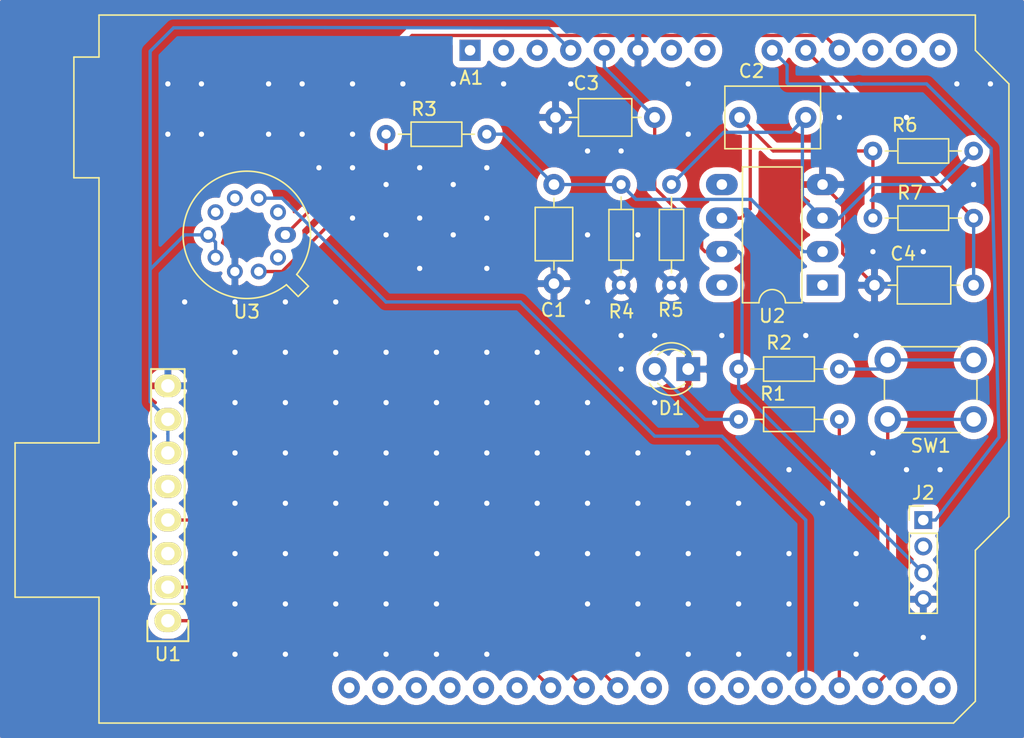
<source format=kicad_pcb>
(kicad_pcb (version 20171130) (host pcbnew 5.1.8)
  (title_block (date "lun. 30 mars 2015"))
  (layers (0 F.Cu signal) (31 B.Cu signal) (34 B.Paste user) (35 F.Paste user) (36 B.SilkS user) (37 F.SilkS user) (38 B.Mask user) (39 F.Mask user) (44 Edge.Cuts user))
  (net 0 "")
  (net 1 +5V)
  (net 2 GND)
  (net 3 "Net-(A1-Pad16)")
  (net 4 "Net-(A1-Pad15)")
  (net 5 "Net-(A1-Pad30)")
  (net 6 "Net-(A1-Pad14)")
  (net 7 "Net-(A1-Pad29)")
  (net 8 "Net-(A1-Pad13)")
  (net 9 "Net-(A1-Pad28)")
  (net 10 "Net-(A1-Pad12)")
  (net 11 RST)
  (net 12 Tx)
  (net 13 Rx)
  (net 14 "Net-(A1-Pad8)")
  (net 15 "Net-(A1-Pad23)")
  (net 16 "Net-(A1-Pad7)")
  (net 17 "Net-(A1-Pad22)")
  (net 18 "Net-(A1-Pad21)")
  (net 19 "Net-(A1-Pad20)")
  (net 20 "Net-(A1-Pad3)")
  (net 21 "Net-(A1-Pad2)")
  (net 22 "Net-(A1-Pad1)")
  (net 23 "Net-(A1-Pad31)")
  (net 24 "Net-(A1-Pad32)")
  (net 25 "Net-(J2-Pad2)")
  (net 26 A0)
  (net 27 D3)
  (net 28 D2)
  (net 29 "Net-(D1-Pad2)")
  (net 30 "Net-(R1-Pad1)")
  (net 31 "Net-(A1-Pad27)")
  (net 32 +3V3)
  (net 33 "Net-(U1-Pad5)")
  (net 34 "Net-(U1-Pad3)")
  (net 35 A1)
  (net 36 "Net-(C1-Pad1)")
  (net 37 "Net-(C2-Pad2)")
  (net 38 "Net-(C2-Pad1)")
  (net 39 "Net-(U2-Pad8)")
  (net 40 "Net-(U2-Pad5)")
  (net 41 "Net-(U2-Pad1)")
  (net 42 CapTemp)
  (net 43 RChauff)
  (net 44 Rsensor)
  (module lib:TO-5-10 (layer F.Cu) (at 125.73 88.9 180)
    (fp_text reference U3 (at 2.92 -5.82) (layer F.SilkS))
    (fp_text value GazSensor)
    (fp_arc (start 2.92 0) (end -0.077084 -3.774902) (angle 346.9) (layer F.SilkS) (width 0.12))
    (fp_line (start -0.077084 -3.774902) (end -0.968039 -4.665856) (layer F.SilkS) (width 0.12))
    (fp_line (start -0.968039 -4.665856) (end -1.745856 -3.888039) (layer F.SilkS) (width 0.12))
    (fp_line (start -1.745856 -3.888039) (end -0.854902 -2.997084) (layer F.SilkS) (width 0.12))
    (pad 1 thru_hole oval (at 0.55767 -1.716333 180) (size 1.2 1.2) (drill 0.7) (layers *.Cu *.Mask))
    (pad 2 thru_hole oval (at 2.01767 -2.777085 180) (size 1.2 1.2) (drill 0.7) (layers *.Cu *.Mask) (net 44 Rsensor))
    (pad 3 thru_hole oval (at 3.82233 -2.777085 180) (size 1.2 1.2) (drill 0.7) (layers *.Cu *.Mask) (net 2 GND))
    (pad 4 thru_hole oval (at 5.28233 -1.716333 180) (size 1.2 1.2) (drill 0.7) (layers *.Cu *.Mask) (net 32 +3V3))
    (pad 5 thru_hole oval (at 5.84 0 180) (size 1.2 1.2) (drill 0.7) (layers *.Cu *.Mask) (net 32 +3V3))
    (pad 6 thru_hole oval (at 5.28233 1.716333 180) (size 1.2 1.2) (drill 0.7) (layers *.Cu *.Mask))
    (pad 7 thru_hole oval (at 3.82233 2.777085 180) (size 1.2 1.2) (drill 0.7) (layers *.Cu *.Mask))
    (pad 8 thru_hole oval (at 2.01767 2.777085 180) (size 1.2 1.2) (drill 0.7) (layers *.Cu *.Mask) (net 43 RChauff))
    (pad 9 thru_hole oval (at 0.55767 1.716333 180) (size 1.2 1.2) (drill 0.7) (layers *.Cu *.Mask))
    (pad 10 thru_hole oval (at 0 0 180) (size 1.6 1.2) (drill 0.7) (layers *.Cu *.Mask) (net 42 CapTemp))
  )
  (module Module:Arduino_UNO_R3 (layer F.Cu) (at 139.7 74.93)
    (fp_text reference A1 (at 0.1 2.08 180) (layer F.SilkS))
    (fp_text value Arduino_UNO_R3)
    (fp_line (start 40.77 35.31) (end 40.77 2.54) (layer F.SilkS) (width 0.12))
    (fp_line (start 40.77 2.54) (end 38.23 0) (layer F.SilkS) (width 0.12))
    (fp_line (start 38.23 0) (end 38.23 -2.67) (layer F.SilkS) (width 0.12))
    (fp_line (start 38.23 -2.67) (end -28.07 -2.67) (layer F.SilkS) (width 0.12))
    (fp_line (start -28.07 -2.67) (end -28.07 0.51) (layer F.SilkS) (width 0.12))
    (fp_line (start -28.07 0.51) (end -29.97 0.51) (layer F.SilkS) (width 0.12))
    (fp_line (start -29.97 0.51) (end -29.97 9.65) (layer F.SilkS) (width 0.12))
    (fp_line (start -29.97 9.65) (end -28.07 9.65) (layer F.SilkS) (width 0.12))
    (fp_line (start -28.07 9.65) (end -28.07 29.72) (layer F.SilkS) (width 0.12))
    (fp_line (start -28.07 29.72) (end -34.42 29.72) (layer F.SilkS) (width 0.12))
    (fp_line (start -34.42 29.72) (end -34.42 41.4) (layer F.SilkS) (width 0.12))
    (fp_line (start -34.42 41.4) (end -28.07 41.4) (layer F.SilkS) (width 0.12))
    (fp_line (start -28.07 41.4) (end -28.07 50.93) (layer F.SilkS) (width 0.12))
    (fp_line (start -28.07 50.93) (end 36.58 50.93) (layer F.SilkS) (width 0.12))
    (fp_line (start 36.58 50.93) (end 38.23 49.28) (layer F.SilkS) (width 0.12))
    (fp_line (start 38.23 49.28) (end 38.23 37.85) (layer F.SilkS) (width 0.12))
    (fp_line (start 38.23 37.85) (end 40.77 35.31) (layer F.SilkS) (width 0.12))
    (pad 16 thru_hole oval (at 33.02 48.26 90) (size 1.6 1.6) (drill 0.8) (layers *.Cu *.Mask) (net 3 "Net-(A1-Pad16)"))
    (pad 15 thru_hole oval (at 35.56 48.26 90) (size 1.6 1.6) (drill 0.8) (layers *.Cu *.Mask) (net 4 "Net-(A1-Pad15)"))
    (pad 30 thru_hole oval (at -4.06 48.26 90) (size 1.6 1.6) (drill 0.8) (layers *.Cu *.Mask) (net 5 "Net-(A1-Pad30)"))
    (pad 14 thru_hole oval (at 35.56 0 90) (size 1.6 1.6) (drill 0.8) (layers *.Cu *.Mask) (net 6 "Net-(A1-Pad14)"))
    (pad 29 thru_hole oval (at -1.52 48.26 90) (size 1.6 1.6) (drill 0.8) (layers *.Cu *.Mask) (net 7 "Net-(A1-Pad29)"))
    (pad 13 thru_hole oval (at 33.02 0 90) (size 1.6 1.6) (drill 0.8) (layers *.Cu *.Mask) (net 8 "Net-(A1-Pad13)"))
    (pad 28 thru_hole oval (at 1.02 48.26 90) (size 1.6 1.6) (drill 0.8) (layers *.Cu *.Mask) (net 9 "Net-(A1-Pad28)"))
    (pad 12 thru_hole oval (at 30.48 0 90) (size 1.6 1.6) (drill 0.8) (layers *.Cu *.Mask) (net 10 "Net-(A1-Pad12)"))
    (pad 27 thru_hole oval (at 3.56 48.26 90) (size 1.6 1.6) (drill 0.8) (layers *.Cu *.Mask) (net 31 "Net-(A1-Pad27)"))
    (pad 11 thru_hole oval (at 27.94 0 90) (size 1.6 1.6) (drill 0.8) (layers *.Cu *.Mask) (net 42 CapTemp))
    (pad 26 thru_hole oval (at 6.1 48.26 90) (size 1.6 1.6) (drill 0.8) (layers *.Cu *.Mask) (net 12 Tx))
    (pad 10 thru_hole oval (at 25.4 0 90) (size 1.6 1.6) (drill 0.8) (layers *.Cu *.Mask) (net 35 A1))
    (pad 25 thru_hole oval (at 8.64 48.26 90) (size 1.6 1.6) (drill 0.8) (layers *.Cu *.Mask) (net 13 Rx))
    (pad 9 thru_hole oval (at 22.86 0 90) (size 1.6 1.6) (drill 0.8) (layers *.Cu *.Mask) (net 26 A0))
    (pad 24 thru_hole oval (at 11.18 48.26 90) (size 1.6 1.6) (drill 0.8) (layers *.Cu *.Mask) (net 11 RST))
    (pad 8 thru_hole oval (at 17.78 0 90) (size 1.6 1.6) (drill 0.8) (layers *.Cu *.Mask) (net 14 "Net-(A1-Pad8)"))
    (pad 23 thru_hole oval (at 13.72 48.26 90) (size 1.6 1.6) (drill 0.8) (layers *.Cu *.Mask) (net 15 "Net-(A1-Pad23)"))
    (pad 7 thru_hole oval (at 15.24 0 90) (size 1.6 1.6) (drill 0.8) (layers *.Cu *.Mask) (net 16 "Net-(A1-Pad7)"))
    (pad 22 thru_hole oval (at 17.78 48.26 90) (size 1.6 1.6) (drill 0.8) (layers *.Cu *.Mask) (net 17 "Net-(A1-Pad22)"))
    (pad 6 thru_hole oval (at 12.7 0 90) (size 1.6 1.6) (drill 0.8) (layers *.Cu *.Mask) (net 2 GND))
    (pad 21 thru_hole oval (at 20.32 48.26 90) (size 1.6 1.6) (drill 0.8) (layers *.Cu *.Mask) (net 18 "Net-(A1-Pad21)"))
    (pad 5 thru_hole oval (at 10.16 0 90) (size 1.6 1.6) (drill 0.8) (layers *.Cu *.Mask) (net 1 +5V))
    (pad 20 thru_hole oval (at 22.86 48.26 90) (size 1.6 1.6) (drill 0.8) (layers *.Cu *.Mask) (net 19 "Net-(A1-Pad20)"))
    (pad 4 thru_hole oval (at 7.62 0 90) (size 1.6 1.6) (drill 0.8) (layers *.Cu *.Mask) (net 32 +3V3))
    (pad 19 thru_hole oval (at 25.4 48.26 90) (size 1.6 1.6) (drill 0.8) (layers *.Cu *.Mask) (net 43 RChauff))
    (pad 3 thru_hole oval (at 5.08 0 90) (size 1.6 1.6) (drill 0.8) (layers *.Cu *.Mask) (net 20 "Net-(A1-Pad3)"))
    (pad 18 thru_hole oval (at 27.94 48.26 90) (size 1.6 1.6) (drill 0.8) (layers *.Cu *.Mask) (net 27 D3))
    (pad 2 thru_hole oval (at 2.54 0 90) (size 1.6 1.6) (drill 0.8) (layers *.Cu *.Mask) (net 21 "Net-(A1-Pad2)"))
    (pad 17 thru_hole oval (at 30.48 48.26 90) (size 1.6 1.6) (drill 0.8) (layers *.Cu *.Mask) (net 28 D2))
    (pad 1 thru_hole rect (at 0 0 90) (size 1.6 1.6) (drill 0.8) (layers *.Cu *.Mask) (net 22 "Net-(A1-Pad1)"))
    (pad 31 thru_hole oval (at -6.6 48.26 90) (size 1.6 1.6) (drill 0.8) (layers *.Cu *.Mask) (net 23 "Net-(A1-Pad31)"))
    (pad 32 thru_hole oval (at -9.14 48.26 90) (size 1.6 1.6) (drill 0.8) (layers *.Cu *.Mask) (net 24 "Net-(A1-Pad32)"))
  )
  (module Package_DIP:DIP-8_W7.62mm_LongPads (layer F.Cu) (at 166.37 92.71 180)
    (fp_text reference U2 (at 3.81 -2.33) (layer F.SilkS))
    (fp_text value LTC1050)
    (fp_line (start 2.81 -1.33) (end 1.56 -1.33) (layer F.SilkS) (width 0.12))
    (fp_line (start 1.56 -1.33) (end 1.56 8.95) (layer F.SilkS) (width 0.12))
    (fp_line (start 1.56 8.95) (end 6.06 8.95) (layer F.SilkS) (width 0.12))
    (fp_line (start 6.06 8.95) (end 6.06 -1.33) (layer F.SilkS) (width 0.12))
    (fp_line (start 6.06 -1.33) (end 4.81 -1.33) (layer F.SilkS) (width 0.12))
    (fp_arc (start 3.81 -1.33) (end 2.81 -1.33) (angle -180) (layer F.SilkS) (width 0.12))
    (pad 8 thru_hole oval (at 7.62 0 180) (size 2.4 1.6) (drill 0.8) (layers *.Cu *.Mask) (net 39 "Net-(U2-Pad8)"))
    (pad 4 thru_hole oval (at 0 7.62 180) (size 2.4 1.6) (drill 0.8) (layers *.Cu *.Mask) (net 2 GND))
    (pad 7 thru_hole oval (at 7.62 2.54 180) (size 2.4 1.6) (drill 0.8) (layers *.Cu *.Mask) (net 1 +5V))
    (pad 3 thru_hole oval (at 0 5.08 180) (size 2.4 1.6) (drill 0.8) (layers *.Cu *.Mask) (net 38 "Net-(C2-Pad1)"))
    (pad 6 thru_hole oval (at 7.62 5.08 180) (size 2.4 1.6) (drill 0.8) (layers *.Cu *.Mask) (net 37 "Net-(C2-Pad2)"))
    (pad 2 thru_hole oval (at 0 2.54 180) (size 2.4 1.6) (drill 0.8) (layers *.Cu *.Mask) (net 36 "Net-(C1-Pad1)"))
    (pad 5 thru_hole oval (at 7.62 7.62 180) (size 2.4 1.6) (drill 0.8) (layers *.Cu *.Mask) (net 40 "Net-(U2-Pad5)"))
    (pad 1 thru_hole rect (at 0 0 180) (size 2.4 1.6) (drill 0.8) (layers *.Cu *.Mask) (net 41 "Net-(U2-Pad1)"))
  )
  (module Resistor_THT:R_Axial_DIN0204_L3.6mm_D1.6mm_P7.62mm_Horizontal (layer F.Cu) (at 167.64 99.06 180)
    (fp_text reference R1 (at 5.02 -1.87) (layer F.SilkS))
    (fp_text value 10k)
    (fp_line (start 1.89 -0.92) (end 1.89 0.92) (layer F.SilkS) (width 0.12))
    (fp_line (start 1.89 0.92) (end 5.73 0.92) (layer F.SilkS) (width 0.12))
    (fp_line (start 5.73 0.92) (end 5.73 -0.92) (layer F.SilkS) (width 0.12))
    (fp_line (start 5.73 -0.92) (end 1.89 -0.92) (layer F.SilkS) (width 0.12))
    (fp_line (start 0.94 0) (end 1.89 0) (layer F.SilkS) (width 0.12))
    (fp_line (start 6.68 0) (end 5.73 0) (layer F.SilkS) (width 0.12))
    (pad 2 thru_hole oval (at 7.62 0 180) (size 1.4 1.4) (drill 0.7) (layers *.Cu *.Mask) (net 1 +5V))
    (pad 1 thru_hole circle (at 0 0 180) (size 1.4 1.4) (drill 0.7) (layers *.Cu *.Mask) (net 30 "Net-(R1-Pad1)"))
  )
  (module Resistor_THT:R_Axial_DIN0204_L3.6mm_D1.6mm_P7.62mm_Horizontal (layer F.Cu) (at 160.02 102.87)
    (fp_text reference R2 (at 3.06 -5.8) (layer F.SilkS))
    (fp_text value 330)
    (fp_line (start 6.68 0) (end 5.73 0) (layer F.SilkS) (width 0.12))
    (fp_line (start 0.94 0) (end 1.89 0) (layer F.SilkS) (width 0.12))
    (fp_line (start 5.73 -0.92) (end 1.89 -0.92) (layer F.SilkS) (width 0.12))
    (fp_line (start 5.73 0.92) (end 5.73 -0.92) (layer F.SilkS) (width 0.12))
    (fp_line (start 1.89 0.92) (end 5.73 0.92) (layer F.SilkS) (width 0.12))
    (fp_line (start 1.89 -0.92) (end 1.89 0.92) (layer F.SilkS) (width 0.12))
    (pad 1 thru_hole circle (at 0 0) (size 1.4 1.4) (drill 0.7) (layers *.Cu *.Mask) (net 29 "Net-(D1-Pad2)"))
    (pad 2 thru_hole oval (at 7.62 0) (size 1.4 1.4) (drill 0.7) (layers *.Cu *.Mask) (net 27 D3))
  )
  (module Resistor_THT:R_Axial_DIN0204_L3.6mm_D1.6mm_P7.62mm_Horizontal (layer F.Cu) (at 140.97 81.28 180)
    (fp_text reference R3 (at 4.75 1.9) (layer F.SilkS))
    (fp_text value 10k)
    (fp_line (start 1.89 -0.92) (end 1.89 0.92) (layer F.SilkS) (width 0.12))
    (fp_line (start 1.89 0.92) (end 5.73 0.92) (layer F.SilkS) (width 0.12))
    (fp_line (start 5.73 0.92) (end 5.73 -0.92) (layer F.SilkS) (width 0.12))
    (fp_line (start 5.73 -0.92) (end 1.89 -0.92) (layer F.SilkS) (width 0.12))
    (fp_line (start 0.94 0) (end 1.89 0) (layer F.SilkS) (width 0.12))
    (fp_line (start 6.68 0) (end 5.73 0) (layer F.SilkS) (width 0.12))
    (pad 2 thru_hole oval (at 7.62 0 180) (size 1.4 1.4) (drill 0.7) (layers *.Cu *.Mask) (net 44 Rsensor))
    (pad 1 thru_hole circle (at 0 0 180) (size 1.4 1.4) (drill 0.7) (layers *.Cu *.Mask) (net 36 "Net-(C1-Pad1)"))
  )
  (module Resistor_THT:R_Axial_DIN0204_L3.6mm_D1.6mm_P7.62mm_Horizontal (layer F.Cu) (at 151.13 92.71 90)
    (fp_text reference R4 (at -2 0.02 180) (layer F.SilkS))
    (fp_text value 100k)
    (fp_line (start 1.89 -0.92) (end 1.89 0.92) (layer F.SilkS) (width 0.12))
    (fp_line (start 1.89 0.92) (end 5.73 0.92) (layer F.SilkS) (width 0.12))
    (fp_line (start 5.73 0.92) (end 5.73 -0.92) (layer F.SilkS) (width 0.12))
    (fp_line (start 5.73 -0.92) (end 1.89 -0.92) (layer F.SilkS) (width 0.12))
    (fp_line (start 0.94 0) (end 1.89 0) (layer F.SilkS) (width 0.12))
    (fp_line (start 6.68 0) (end 5.73 0) (layer F.SilkS) (width 0.12))
    (pad 2 thru_hole oval (at 7.62 0 90) (size 1.4 1.4) (drill 0.7) (layers *.Cu *.Mask) (net 36 "Net-(C1-Pad1)"))
    (pad 1 thru_hole circle (at 0 0 90) (size 1.4 1.4) (drill 0.7) (layers *.Cu *.Mask) (net 2 GND))
  )
  (module Resistor_THT:R_Axial_DIN0204_L3.6mm_D1.6mm_P7.62mm_Horizontal (layer F.Cu) (at 154.94 92.71 90)
    (fp_text reference R5 (at -1.88 -0.05 180) (layer F.SilkS))
    (fp_text value 1k)
    (fp_line (start 1.89 -0.92) (end 1.89 0.92) (layer F.SilkS) (width 0.12))
    (fp_line (start 1.89 0.92) (end 5.73 0.92) (layer F.SilkS) (width 0.12))
    (fp_line (start 5.73 0.92) (end 5.73 -0.92) (layer F.SilkS) (width 0.12))
    (fp_line (start 5.73 -0.92) (end 1.89 -0.92) (layer F.SilkS) (width 0.12))
    (fp_line (start 0.94 0) (end 1.89 0) (layer F.SilkS) (width 0.12))
    (fp_line (start 6.68 0) (end 5.73 0) (layer F.SilkS) (width 0.12))
    (pad 2 thru_hole oval (at 7.62 0 90) (size 1.4 1.4) (drill 0.7) (layers *.Cu *.Mask) (net 38 "Net-(C2-Pad1)"))
    (pad 1 thru_hole circle (at 0 0 90) (size 1.4 1.4) (drill 0.7) (layers *.Cu *.Mask) (net 2 GND))
  )
  (module Resistor_THT:R_Axial_DIN0204_L3.6mm_D1.6mm_P7.62mm_Horizontal (layer F.Cu) (at 170.18 82.55)
    (fp_text reference R6 (at 2.41 -1.96) (layer F.SilkS))
    (fp_text value 100k)
    (fp_line (start 1.89 -0.92) (end 1.89 0.92) (layer F.SilkS) (width 0.12))
    (fp_line (start 1.89 0.92) (end 5.73 0.92) (layer F.SilkS) (width 0.12))
    (fp_line (start 5.73 0.92) (end 5.73 -0.92) (layer F.SilkS) (width 0.12))
    (fp_line (start 5.73 -0.92) (end 1.89 -0.92) (layer F.SilkS) (width 0.12))
    (fp_line (start 0.94 0) (end 1.89 0) (layer F.SilkS) (width 0.12))
    (fp_line (start 6.68 0) (end 5.73 0) (layer F.SilkS) (width 0.12))
    (pad 2 thru_hole oval (at 7.62 0) (size 1.4 1.4) (drill 0.7) (layers *.Cu *.Mask) (net 38 "Net-(C2-Pad1)"))
    (pad 1 thru_hole circle (at 0 0) (size 1.4 1.4) (drill 0.7) (layers *.Cu *.Mask) (net 37 "Net-(C2-Pad2)"))
  )
  (module Resistor_THT:R_Axial_DIN0204_L3.6mm_D1.6mm_P7.62mm_Horizontal (layer F.Cu) (at 177.8 87.63 180)
    (fp_text reference R7 (at 4.81 1.91) (layer F.SilkS))
    (fp_text value 1k)
    (fp_line (start 1.89 -0.92) (end 1.89 0.92) (layer F.SilkS) (width 0.12))
    (fp_line (start 1.89 0.92) (end 5.73 0.92) (layer F.SilkS) (width 0.12))
    (fp_line (start 5.73 0.92) (end 5.73 -0.92) (layer F.SilkS) (width 0.12))
    (fp_line (start 5.73 -0.92) (end 1.89 -0.92) (layer F.SilkS) (width 0.12))
    (fp_line (start 0.94 0) (end 1.89 0) (layer F.SilkS) (width 0.12))
    (fp_line (start 6.68 0) (end 5.73 0) (layer F.SilkS) (width 0.12))
    (pad 2 thru_hole oval (at 7.62 0 180) (size 1.4 1.4) (drill 0.7) (layers *.Cu *.Mask) (net 37 "Net-(C2-Pad2)"))
    (pad 1 thru_hole circle (at 0 0 180) (size 1.4 1.4) (drill 0.7) (layers *.Cu *.Mask) (net 35 A1))
  )
  (module Capacitor_THT:C_Axial_L3.8mm_D2.6mm_P7.50mm_Horizontal (layer F.Cu) (at 177.8 92.71 180)
    (fp_text reference C4 (at 5.33 2.38) (layer F.SilkS))
    (fp_text value 100n)
    (fp_line (start 1.73 -1.42) (end 1.73 1.42) (layer F.SilkS) (width 0.12))
    (fp_line (start 1.73 1.42) (end 5.77 1.42) (layer F.SilkS) (width 0.12))
    (fp_line (start 5.77 1.42) (end 5.77 -1.42) (layer F.SilkS) (width 0.12))
    (fp_line (start 5.77 -1.42) (end 1.73 -1.42) (layer F.SilkS) (width 0.12))
    (fp_line (start 1.04 0) (end 1.73 0) (layer F.SilkS) (width 0.12))
    (fp_line (start 6.46 0) (end 5.77 0) (layer F.SilkS) (width 0.12))
    (pad 2 thru_hole oval (at 7.5 0 180) (size 1.6 1.6) (drill 0.8) (layers *.Cu *.Mask) (net 2 GND))
    (pad 1 thru_hole circle (at 0 0 180) (size 1.6 1.6) (drill 0.8) (layers *.Cu *.Mask) (net 35 A1))
  )
  (module Capacitor_THT:C_Axial_L3.8mm_D2.6mm_P7.50mm_Horizontal (layer F.Cu) (at 153.67 80.01 180)
    (fp_text reference C3 (at 5.17 2.59) (layer F.SilkS))
    (fp_text value 100n)
    (fp_line (start 1.73 -1.42) (end 1.73 1.42) (layer F.SilkS) (width 0.12))
    (fp_line (start 1.73 1.42) (end 5.77 1.42) (layer F.SilkS) (width 0.12))
    (fp_line (start 5.77 1.42) (end 5.77 -1.42) (layer F.SilkS) (width 0.12))
    (fp_line (start 5.77 -1.42) (end 1.73 -1.42) (layer F.SilkS) (width 0.12))
    (fp_line (start 1.04 0) (end 1.73 0) (layer F.SilkS) (width 0.12))
    (fp_line (start 6.46 0) (end 5.77 0) (layer F.SilkS) (width 0.12))
    (pad 2 thru_hole oval (at 7.5 0 180) (size 1.6 1.6) (drill 0.8) (layers *.Cu *.Mask) (net 2 GND))
    (pad 1 thru_hole circle (at 0 0 180) (size 1.6 1.6) (drill 0.8) (layers *.Cu *.Mask) (net 1 +5V))
  )
  (module Capacitor_THT:C_Rect_L7.0mm_W4.5mm_P5.00mm (layer F.Cu) (at 165.1 80.01 180)
    (fp_text reference C2 (at 4.1 3.51) (layer F.SilkS))
    (fp_text value 1µ)
    (fp_line (start -1.12 -2.37) (end 6.12 -2.37) (layer F.SilkS) (width 0.12))
    (fp_line (start -1.12 2.37) (end 6.12 2.37) (layer F.SilkS) (width 0.12))
    (fp_line (start -1.12 -2.37) (end -1.12 2.37) (layer F.SilkS) (width 0.12))
    (fp_line (start 6.12 -2.37) (end 6.12 2.37) (layer F.SilkS) (width 0.12))
    (pad 2 thru_hole circle (at 5 0 180) (size 1.6 1.6) (drill 0.8) (layers *.Cu *.Mask) (net 37 "Net-(C2-Pad2)"))
    (pad 1 thru_hole circle (at 0 0 180) (size 1.6 1.6) (drill 0.8) (layers *.Cu *.Mask) (net 38 "Net-(C2-Pad1)"))
  )
  (module Capacitor_THT:C_Axial_L3.8mm_D2.6mm_P7.50mm_Horizontal (layer F.Cu) (at 146.05 85.09 270)
    (fp_text reference C1 (at 9.5 0.03 180) (layer F.SilkS))
    (fp_text value 100n)
    (fp_line (start 1.73 -1.42) (end 1.73 1.42) (layer F.SilkS) (width 0.12))
    (fp_line (start 1.73 1.42) (end 5.77 1.42) (layer F.SilkS) (width 0.12))
    (fp_line (start 5.77 1.42) (end 5.77 -1.42) (layer F.SilkS) (width 0.12))
    (fp_line (start 5.77 -1.42) (end 1.73 -1.42) (layer F.SilkS) (width 0.12))
    (fp_line (start 1.04 0) (end 1.73 0) (layer F.SilkS) (width 0.12))
    (fp_line (start 6.46 0) (end 5.77 0) (layer F.SilkS) (width 0.12))
    (pad 2 thru_hole oval (at 7.5 0 270) (size 1.6 1.6) (drill 0.8) (layers *.Cu *.Mask) (net 2 GND))
    (pad 1 thru_hole circle (at 0 0 270) (size 1.6 1.6) (drill 0.8) (layers *.Cu *.Mask) (net 36 "Net-(C1-Pad1)"))
  )
  (module Socket_Arduino_Uno:Socket_Strip_Arduino_1x08 (layer F.Cu) (at 116.84 118.11 90)
    (fp_text reference U1 (at -2.54 0 180) (layer F.SilkS))
    (fp_text value RN2483A)
    (fp_line (start 1.27 1.27) (end 19.05 1.27) (layer F.SilkS) (width 0.15))
    (fp_line (start 19.05 1.27) (end 19.05 -1.27) (layer F.SilkS) (width 0.15))
    (fp_line (start 19.05 -1.27) (end 1.27 -1.27) (layer F.SilkS) (width 0.15))
    (fp_line (start -1.55 1.55) (end 0 1.55) (layer F.SilkS) (width 0.15))
    (fp_line (start 1.27 1.27) (end 1.27 -1.27) (layer F.SilkS) (width 0.15))
    (fp_line (start 0 -1.55) (end -1.55 -1.55) (layer F.SilkS) (width 0.15))
    (fp_line (start -1.55 -1.55) (end -1.55 1.55) (layer F.SilkS) (width 0.15))
    (pad 8 thru_hole oval (at 17.78 0 90) (size 1.7272 2.032) (drill 1.016) (layers *.Cu *.Mask F.SilkS) (net 2 GND))
    (pad 7 thru_hole oval (at 15.24 0 90) (size 1.7272 2.032) (drill 1.016) (layers *.Cu *.Mask F.SilkS) (net 32 +3V3))
    (pad 6 thru_hole oval (at 12.7 0 90) (size 1.7272 2.032) (drill 1.016) (layers *.Cu *.Mask F.SilkS) (net 32 +3V3))
    (pad 5 thru_hole oval (at 10.16 0 90) (size 1.7272 2.032) (drill 1.016) (layers *.Cu *.Mask F.SilkS) (net 33 "Net-(U1-Pad5)"))
    (pad 4 thru_hole oval (at 7.62 0 90) (size 1.7272 2.032) (drill 1.016) (layers *.Cu *.Mask F.SilkS) (net 11 RST))
    (pad 3 thru_hole oval (at 5.08 0 90) (size 1.7272 2.032) (drill 1.016) (layers *.Cu *.Mask F.SilkS) (net 34 "Net-(U1-Pad3)"))
    (pad 2 thru_hole oval (at 2.54 0 90) (size 1.7272 2.032) (drill 1.016) (layers *.Cu *.Mask F.SilkS) (net 13 Rx))
    (pad 1 thru_hole oval (at 0 0 90) (size 1.7272 2.032) (drill 1.016) (layers *.Cu *.Mask F.SilkS) (net 12 Tx))
  )
  (module Button_Switch_THT:SW_PUSH_6mm (layer F.Cu) (at 177.8 102.87 180)
    (fp_text reference SW1 (at 3.25 -2) (layer F.SilkS))
    (fp_text value SW_Push)
    (fp_line (start 6.75 3) (end 6.75 1.5) (layer F.SilkS) (width 0.12))
    (fp_line (start 5.5 -1) (end 1 -1) (layer F.SilkS) (width 0.12))
    (fp_line (start -0.25 1.5) (end -0.25 3) (layer F.SilkS) (width 0.12))
    (fp_line (start 1 5.5) (end 5.5 5.5) (layer F.SilkS) (width 0.12))
    (pad 2 thru_hole circle (at 0 4.5 270) (size 2 2) (drill 1.1) (layers *.Cu *.Mask) (net 30 "Net-(R1-Pad1)"))
    (pad 1 thru_hole circle (at 0 0 270) (size 2 2) (drill 1.1) (layers *.Cu *.Mask) (net 28 D2))
    (pad 2 thru_hole circle (at 6.5 4.5 270) (size 2 2) (drill 1.1) (layers *.Cu *.Mask) (net 30 "Net-(R1-Pad1)"))
    (pad 1 thru_hole circle (at 6.5 0 270) (size 2 2) (drill 1.1) (layers *.Cu *.Mask) (net 28 D2))
  )
  (module LED_THT:LED_D3.0mm (layer F.Cu) (at 156.21 99.06 180)
    (fp_text reference D1 (at 1.27 -2.96) (layer F.SilkS))
    (fp_text value LED)
    (fp_line (start -0.29 1.08) (end -0.29 1.236) (layer F.SilkS) (width 0.12))
    (fp_line (start -0.29 -1.236) (end -0.29 -1.08) (layer F.SilkS) (width 0.12))
    (fp_arc (start 1.27 0) (end -0.29 -1.235516) (angle 108.8) (layer F.SilkS) (width 0.12))
    (fp_arc (start 1.27 0) (end -0.29 1.235516) (angle -108.8) (layer F.SilkS) (width 0.12))
    (fp_arc (start 1.27 0) (end 0.229039 -1.08) (angle 87.9) (layer F.SilkS) (width 0.12))
    (fp_arc (start 1.27 0) (end 0.229039 1.08) (angle -87.9) (layer F.SilkS) (width 0.12))
    (pad 1 thru_hole rect (at 0 0 180) (size 1.8 1.8) (drill 0.9) (layers *.Cu *.Mask) (net 2 GND))
    (pad 2 thru_hole circle (at 2.54 0 180) (size 1.8 1.8) (drill 0.9) (layers *.Cu *.Mask) (net 29 "Net-(D1-Pad2)"))
  )
  (module Connector_PinHeader_2.00mm:PinHeader_1x04_P2.00mm_Vertical (layer F.Cu) (at 173.99 110.49)
    (fp_text reference J2 (at 0 -2.06) (layer F.SilkS))
    (fp_text value GrooveGasSensor)
    (fp_line (start -1.06 -1.06) (end 0 -1.06) (layer F.SilkS) (width 0.12))
    (fp_line (start -1.06 0) (end -1.06 -1.06) (layer F.SilkS) (width 0.12))
    (fp_line (start -1.06 1) (end 1.06 1) (layer F.SilkS) (width 0.12))
    (fp_line (start 1.06 1) (end 1.06 7.06) (layer F.SilkS) (width 0.12))
    (fp_line (start -1.06 1) (end -1.06 7.06) (layer F.SilkS) (width 0.12))
    (fp_line (start -1.06 7.06) (end 1.06 7.06) (layer F.SilkS) (width 0.12))
    (pad 1 thru_hole rect (at 0 0) (size 1.35 1.35) (drill 0.8) (layers *.Cu *.Mask) (net 26 A0))
    (pad 2 thru_hole oval (at 0 2) (size 1.35 1.35) (drill 0.8) (layers *.Cu *.Mask) (net 25 "Net-(J2-Pad2)"))
    (pad 3 thru_hole oval (at 0 4) (size 1.35 1.35) (drill 0.8) (layers *.Cu *.Mask) (net 1 +5V))
    (pad 4 thru_hole oval (at 0 6) (size 1.35 1.35) (drill 0.8) (layers *.Cu *.Mask) (net 2 GND))
  )
  (segment (start 149.86 76.2) (end 153.67 80.01) (width 0.25) (layer B.Cu) (net 1))
  (segment (start 149.86 74.93) (end 149.86 76.2) (width 0.25) (layer B.Cu) (net 1))
  (segment (start 160.02 100.52) (end 160.02 99.06) (width 0.25) (layer B.Cu) (net 1))
  (segment (start 173.99 114.49) (end 160.02 100.52) (width 0.25) (layer B.Cu) (net 1))
  (segment (start 158.75 90.17) (end 158.35 90.17) (width 0.25) (layer F.Cu) (net 1))
  (segment (start 158.75 90.17) (end 160.02 90.17) (width 0.25) (layer B.Cu) (net 1))
  (segment (start 160.27501 98.80499) (end 160.02 99.06) (width 0.25) (layer B.Cu) (net 1))
  (segment (start 160.27501 90.42501) (end 160.27501 98.80499) (width 0.25) (layer B.Cu) (net 1))
  (segment (start 160.02 90.17) (end 160.27501 90.42501) (width 0.25) (layer B.Cu) (net 1))
  (segment (start 157.48 90.17) (end 158.75 90.17) (width 0.25) (layer F.Cu) (net 1))
  (segment (start 157.22499 89.91499) (end 157.48 90.17) (width 0.25) (layer F.Cu) (net 1))
  (segment (start 157.22499 88.891992) (end 157.22499 89.91499) (width 0.25) (layer F.Cu) (net 1))
  (segment (start 153.67 85.337002) (end 157.22499 88.891992) (width 0.25) (layer F.Cu) (net 1))
  (segment (start 153.67 80.01) (end 153.67 85.337002) (width 0.25) (layer F.Cu) (net 1))
  (segment (start 166.77 85.09) (end 166.37 85.09) (width 0.25) (layer B.Cu) (net 2))
  (segment (start 146.17 92.71) (end 146.05 92.59) (width 0.25) (layer F.Cu) (net 2))
  (segment (start 166.37 85.638996) (end 166.37 85.09) (width 0.25) (layer F.Cu) (net 2))
  (segment (start 167.89501 90.30501) (end 170.3 92.71) (width 0.25) (layer F.Cu) (net 2))
  (segment (start 167.89501 86.61501) (end 167.89501 90.30501) (width 0.25) (layer F.Cu) (net 2))
  (segment (start 166.37 85.09) (end 167.89501 86.61501) (width 0.25) (layer F.Cu) (net 2))
  (via (at 121.92 120.65) (size 0.6) (drill 0.4) (layers F.Cu B.Cu) (net 2))
  (via (at 121.92 116.84) (size 0.6) (drill 0.4) (layers F.Cu B.Cu) (net 2))
  (via (at 121.92 113.03) (size 0.6) (drill 0.4) (layers F.Cu B.Cu) (net 2))
  (via (at 121.92 109.22) (size 0.6) (drill 0.4) (layers F.Cu B.Cu) (net 2))
  (via (at 121.92 105.41) (size 0.6) (drill 0.4) (layers F.Cu B.Cu) (net 2))
  (via (at 121.92 101.6) (size 0.6) (drill 0.4) (layers F.Cu B.Cu) (net 2))
  (via (at 121.92 97.79) (size 0.6) (drill 0.4) (layers F.Cu B.Cu) (net 2))
  (via (at 125.73 93.98) (size 0.6) (drill 0.4) (layers F.Cu B.Cu) (net 2))
  (via (at 125.73 97.79) (size 0.6) (drill 0.4) (layers F.Cu B.Cu) (net 2))
  (via (at 125.73 101.6) (size 0.6) (drill 0.4) (layers F.Cu B.Cu) (net 2))
  (via (at 125.73 105.41) (size 0.6) (drill 0.4) (layers F.Cu B.Cu) (net 2))
  (via (at 125.73 109.22) (size 0.6) (drill 0.4) (layers F.Cu B.Cu) (net 2))
  (via (at 125.73 113.03) (size 0.6) (drill 0.4) (layers F.Cu B.Cu) (net 2))
  (via (at 125.73 116.84) (size 0.6) (drill 0.4) (layers F.Cu B.Cu) (net 2))
  (via (at 125.73 120.65) (size 0.6) (drill 0.4) (layers F.Cu B.Cu) (net 2))
  (via (at 129.54 120.65) (size 0.6) (drill 0.4) (layers F.Cu B.Cu) (net 2))
  (via (at 129.54 116.84) (size 0.6) (drill 0.4) (layers F.Cu B.Cu) (net 2))
  (via (at 129.54 113.03) (size 0.6) (drill 0.4) (layers F.Cu B.Cu) (net 2))
  (via (at 129.54 109.22) (size 0.6) (drill 0.4) (layers F.Cu B.Cu) (net 2))
  (via (at 129.54 105.41) (size 0.6) (drill 0.4) (layers F.Cu B.Cu) (net 2))
  (via (at 129.54 101.6) (size 0.6) (drill 0.4) (layers F.Cu B.Cu) (net 2))
  (via (at 129.54 97.79) (size 0.6) (drill 0.4) (layers F.Cu B.Cu) (net 2))
  (via (at 129.54 93.98) (size 0.6) (drill 0.4) (layers F.Cu B.Cu) (net 2))
  (via (at 133.35 97.79) (size 0.6) (drill 0.4) (layers F.Cu B.Cu) (net 2))
  (via (at 133.35 101.6) (size 0.6) (drill 0.4) (layers F.Cu B.Cu) (net 2))
  (via (at 133.35 105.41) (size 0.6) (drill 0.4) (layers F.Cu B.Cu) (net 2))
  (via (at 133.35 109.22) (size 0.6) (drill 0.4) (layers F.Cu B.Cu) (net 2))
  (via (at 133.35 113.03) (size 0.6) (drill 0.4) (layers F.Cu B.Cu) (net 2))
  (via (at 133.35 116.84) (size 0.6) (drill 0.4) (layers F.Cu B.Cu) (net 2))
  (via (at 133.35 120.65) (size 0.6) (drill 0.4) (layers F.Cu B.Cu) (net 2))
  (via (at 137.16 120.65) (size 0.6) (drill 0.4) (layers F.Cu B.Cu) (net 2))
  (via (at 137.16 116.84) (size 0.6) (drill 0.4) (layers F.Cu B.Cu) (net 2))
  (via (at 137.16 113.03) (size 0.6) (drill 0.4) (layers F.Cu B.Cu) (net 2))
  (via (at 137.16 109.22) (size 0.6) (drill 0.4) (layers F.Cu B.Cu) (net 2))
  (via (at 137.16 105.41) (size 0.6) (drill 0.4) (layers F.Cu B.Cu) (net 2))
  (via (at 137.16 101.6) (size 0.6) (drill 0.4) (layers F.Cu B.Cu) (net 2))
  (via (at 137.16 97.79) (size 0.6) (drill 0.4) (layers F.Cu B.Cu) (net 2))
  (via (at 140.97 97.79) (size 0.6) (drill 0.4) (layers F.Cu B.Cu) (net 2))
  (via (at 144.78 97.79) (size 0.6) (drill 0.4) (layers F.Cu B.Cu) (net 2))
  (via (at 144.78 101.6) (size 0.6) (drill 0.4) (layers F.Cu B.Cu) (net 2))
  (via (at 140.97 101.6) (size 0.6) (drill 0.4) (layers F.Cu B.Cu) (net 2))
  (via (at 140.97 105.41) (size 0.6) (drill 0.4) (layers F.Cu B.Cu) (net 2))
  (via (at 144.78 105.41) (size 0.6) (drill 0.4) (layers F.Cu B.Cu) (net 2))
  (via (at 144.78 109.22) (size 0.6) (drill 0.4) (layers F.Cu B.Cu) (net 2))
  (via (at 144.78 113.03) (size 0.6) (drill 0.4) (layers F.Cu B.Cu) (net 2))
  (via (at 140.97 109.22) (size 0.6) (drill 0.4) (layers F.Cu B.Cu) (net 2))
  (via (at 140.97 120.65) (size 0.6) (drill 0.4) (layers F.Cu B.Cu) (net 2))
  (via (at 148.59 113.03) (size 0.6) (drill 0.4) (layers F.Cu B.Cu) (net 2))
  (via (at 148.59 109.22) (size 0.6) (drill 0.4) (layers F.Cu B.Cu) (net 2))
  (via (at 148.59 105.41) (size 0.6) (drill 0.4) (layers F.Cu B.Cu) (net 2))
  (via (at 148.59 101.6) (size 0.6) (drill 0.4) (layers F.Cu B.Cu) (net 2))
  (via (at 148.59 116.84) (size 0.6) (drill 0.4) (layers F.Cu B.Cu) (net 2))
  (via (at 152.4 116.84) (size 0.6) (drill 0.4) (layers F.Cu B.Cu) (net 2))
  (via (at 152.4 113.03) (size 0.6) (drill 0.4) (layers F.Cu B.Cu) (net 2))
  (via (at 152.4 120.65) (size 0.6) (drill 0.4) (layers F.Cu B.Cu) (net 2))
  (via (at 152.4 109.22) (size 0.6) (drill 0.4) (layers F.Cu B.Cu) (net 2))
  (via (at 152.4 105.41) (size 0.6) (drill 0.4) (layers F.Cu B.Cu) (net 2))
  (via (at 156.21 105.41) (size 0.6) (drill 0.4) (layers F.Cu B.Cu) (net 2))
  (via (at 156.21 109.22) (size 0.6) (drill 0.4) (layers F.Cu B.Cu) (net 2))
  (via (at 156.21 113.03) (size 0.6) (drill 0.4) (layers F.Cu B.Cu) (net 2))
  (via (at 156.21 116.84) (size 0.6) (drill 0.4) (layers F.Cu B.Cu) (net 2))
  (via (at 156.21 120.65) (size 0.6) (drill 0.4) (layers F.Cu B.Cu) (net 2))
  (via (at 160.02 120.65) (size 0.6) (drill 0.4) (layers F.Cu B.Cu) (net 2))
  (via (at 160.02 116.84) (size 0.6) (drill 0.4) (layers F.Cu B.Cu) (net 2))
  (via (at 160.02 113.03) (size 0.6) (drill 0.4) (layers F.Cu B.Cu) (net 2))
  (via (at 160.02 109.22) (size 0.6) (drill 0.4) (layers F.Cu B.Cu) (net 2))
  (via (at 163.83 113.03) (size 0.6) (drill 0.4) (layers F.Cu B.Cu) (net 2))
  (via (at 163.83 116.84) (size 0.6) (drill 0.4) (layers F.Cu B.Cu) (net 2))
  (via (at 163.83 120.65) (size 0.6) (drill 0.4) (layers F.Cu B.Cu) (net 2))
  (via (at 168.91 120.65) (size 0.6) (drill 0.4) (layers F.Cu B.Cu) (net 2))
  (via (at 168.91 116.84) (size 0.6) (drill 0.4) (layers F.Cu B.Cu) (net 2))
  (via (at 168.91 113.03) (size 0.6) (drill 0.4) (layers F.Cu B.Cu) (net 2))
  (via (at 166.37 109.22) (size 0.6) (drill 0.4) (layers F.Cu B.Cu) (net 2))
  (via (at 163.83 106.68) (size 0.6) (drill 0.4) (layers F.Cu B.Cu) (net 2))
  (via (at 173.99 119.38) (size 0.6) (drill 0.4) (layers F.Cu B.Cu) (net 2))
  (via (at 172.72 106.68) (size 0.6) (drill 0.4) (layers F.Cu B.Cu) (net 2))
  (via (at 175.26 106.68) (size 0.6) (drill 0.4) (layers F.Cu B.Cu) (net 2))
  (via (at 170.18 105.41) (size 0.6) (drill 0.4) (layers F.Cu B.Cu) (net 2))
  (via (at 168.91 96.52) (size 0.6) (drill 0.4) (layers F.Cu B.Cu) (net 2))
  (via (at 165.1 96.52) (size 0.6) (drill 0.4) (layers F.Cu B.Cu) (net 2))
  (via (at 158.75 96.52) (size 0.6) (drill 0.4) (layers F.Cu B.Cu) (net 2))
  (via (at 153.67 96.52) (size 0.6) (drill 0.4) (layers F.Cu B.Cu) (net 2))
  (via (at 151.13 96.52) (size 0.6) (drill 0.4) (layers F.Cu B.Cu) (net 2))
  (via (at 140.97 91.44) (size 0.6) (drill 0.4) (layers F.Cu B.Cu) (net 2))
  (via (at 140.97 87.63) (size 0.6) (drill 0.4) (layers F.Cu B.Cu) (net 2))
  (via (at 140.97 83.82) (size 0.6) (drill 0.4) (layers F.Cu B.Cu) (net 2))
  (via (at 138.43 85.09) (size 0.6) (drill 0.4) (layers F.Cu B.Cu) (net 2))
  (via (at 138.43 88.9) (size 0.6) (drill 0.4) (layers F.Cu B.Cu) (net 2))
  (via (at 116.84 81.28) (size 0.6) (drill 0.4) (layers F.Cu B.Cu) (net 2))
  (via (at 119.38 81.28) (size 0.6) (drill 0.4) (layers F.Cu B.Cu) (net 2))
  (via (at 124.46 81.28) (size 0.6) (drill 0.4) (layers F.Cu B.Cu) (net 2))
  (via (at 127 81.28) (size 0.6) (drill 0.4) (layers F.Cu B.Cu) (net 2))
  (via (at 130.81 81.28) (size 0.6) (drill 0.4) (layers F.Cu B.Cu) (net 2))
  (via (at 130.81 77.47) (size 0.6) (drill 0.4) (layers F.Cu B.Cu) (net 2))
  (via (at 127 77.47) (size 0.6) (drill 0.4) (layers F.Cu B.Cu) (net 2))
  (via (at 124.46 77.47) (size 0.6) (drill 0.4) (layers F.Cu B.Cu) (net 2))
  (via (at 119.38 77.47) (size 0.6) (drill 0.4) (layers F.Cu B.Cu) (net 2))
  (via (at 116.84 77.47) (size 0.6) (drill 0.4) (layers F.Cu B.Cu) (net 2))
  (via (at 134.62 77.47) (size 0.6) (drill 0.4) (layers F.Cu B.Cu) (net 2))
  (via (at 138.43 77.47) (size 0.6) (drill 0.4) (layers F.Cu B.Cu) (net 2))
  (via (at 142.24 77.47) (size 0.6) (drill 0.4) (layers F.Cu B.Cu) (net 2))
  (via (at 156.21 77.47) (size 0.6) (drill 0.4) (layers F.Cu B.Cu) (net 2))
  (via (at 172.72 80.01) (size 0.6) (drill 0.4) (layers F.Cu B.Cu) (net 2))
  (via (at 167.64 80.01) (size 0.6) (drill 0.4) (layers F.Cu B.Cu) (net 2))
  (via (at 177.8 85.09) (size 0.6) (drill 0.4) (layers F.Cu B.Cu) (net 2))
  (via (at 173.99 90.17) (size 0.6) (drill 0.4) (layers F.Cu B.Cu) (net 2))
  (via (at 170.18 90.17) (size 0.6) (drill 0.4) (layers F.Cu B.Cu) (net 2))
  (via (at 179.07 77.47) (size 0.6) (drill 0.4) (layers F.Cu B.Cu) (net 2))
  (via (at 176.53 77.47) (size 0.6) (drill 0.4) (layers F.Cu B.Cu) (net 2))
  (via (at 151.13 82.55) (size 0.6) (drill 0.4) (layers F.Cu B.Cu) (net 2))
  (via (at 148.59 82.55) (size 0.6) (drill 0.4) (layers F.Cu B.Cu) (net 2))
  (via (at 147.32 77.47) (size 0.6) (drill 0.4) (layers F.Cu B.Cu) (net 2))
  (via (at 148.59 88.9) (size 0.6) (drill 0.4) (layers F.Cu B.Cu) (net 2))
  (via (at 148.59 93.98) (size 0.6) (drill 0.4) (layers F.Cu B.Cu) (net 2))
  (via (at 152.4 88.9) (size 0.6) (drill 0.4) (layers F.Cu B.Cu) (net 2))
  (via (at 135.89 91.44) (size 0.6) (drill 0.4) (layers F.Cu B.Cu) (net 2))
  (via (at 135.89 87.63) (size 0.6) (drill 0.4) (layers F.Cu B.Cu) (net 2))
  (via (at 135.89 83.82) (size 0.6) (drill 0.4) (layers F.Cu B.Cu) (net 2))
  (via (at 133.35 85.09) (size 0.6) (drill 0.4) (layers F.Cu B.Cu) (net 2))
  (via (at 133.35 88.9) (size 0.6) (drill 0.4) (layers F.Cu B.Cu) (net 2))
  (via (at 130.81 87.63) (size 0.6) (drill 0.4) (layers F.Cu B.Cu) (net 2))
  (via (at 130.81 83.82) (size 0.6) (drill 0.4) (layers F.Cu B.Cu) (net 2))
  (via (at 128.27 83.82) (size 0.6) (drill 0.4) (layers F.Cu B.Cu) (net 2))
  (via (at 118.11 93.98) (size 0.6) (drill 0.4) (layers F.Cu B.Cu) (net 2))
  (via (at 121.92 93.98) (size 0.6) (drill 0.4) (layers F.Cu B.Cu) (net 2))
  (via (at 153.67 101.6) (size 0.6) (drill 0.4) (layers F.Cu B.Cu) (net 2))
  (via (at 151.13 99.06) (size 0.6) (drill 0.4) (layers F.Cu B.Cu) (net 2))
  (via (at 156.21 81.28) (size 0.6) (drill 0.4) (layers F.Cu B.Cu) (net 2))
  (segment (start 138.18 110.49) (end 150.88 123.19) (width 0.25) (layer F.Cu) (net 11))
  (segment (start 116.84 110.49) (end 138.18 110.49) (width 0.25) (layer F.Cu) (net 11))
  (segment (start 140.72 118.11) (end 145.8 123.19) (width 0.25) (layer F.Cu) (net 12))
  (segment (start 116.84 118.11) (end 140.72 118.11) (width 0.25) (layer F.Cu) (net 12))
  (segment (start 140.72 115.57) (end 148.34 123.19) (width 0.25) (layer F.Cu) (net 13))
  (segment (start 116.84 115.57) (end 140.72 115.57) (width 0.25) (layer F.Cu) (net 13))
  (segment (start 169.08 77.47) (end 169.12 77.43) (width 0.25) (layer B.Cu) (net 26))
  (segment (start 169.12 77.43) (end 168.91 77.47) (width 0.25) (layer B.Cu) (net 26))
  (segment (start 162.56 74.93) (end 163.685001 76.055001) (width 0.25) (layer B.Cu) (net 26))
  (segment (start 163.685001 76.055001) (end 163.685001 77.395001) (width 0.25) (layer B.Cu) (net 26))
  (segment (start 163.77 77.48) (end 169.33 77.48) (width 0.25) (layer B.Cu) (net 26))
  (segment (start 163.685001 77.395001) (end 163.77 77.48) (width 0.25) (layer B.Cu) (net 26))
  (segment (start 169.33 77.48) (end 169.08 77.47) (width 0.25) (layer B.Cu) (net 26))
  (segment (start 174.237002 77.47) (end 169.33 77.48) (width 0.25) (layer B.Cu) (net 26))
  (segment (start 179.125001 82.357999) (end 174.237002 77.47) (width 0.25) (layer B.Cu) (net 26))
  (segment (start 179.72 104.22) (end 179.125001 82.357999) (width 0.25) (layer B.Cu) (net 26))
  (segment (start 173.99 110.49) (end 174.915 110.49) (width 0.25) (layer B.Cu) (net 26))
  (segment (start 174.915 110.49) (end 179.72 104.22) (width 0.25) (layer B.Cu) (net 26))
  (segment (start 167.64 102.87) (end 167.64 123.19) (width 0.25) (layer F.Cu) (net 27))
  (segment (start 171.3 122.07) (end 170.18 123.19) (width 0.25) (layer F.Cu) (net 28))
  (segment (start 171.3 102.87) (end 171.3 122.07) (width 0.25) (layer F.Cu) (net 28))
  (segment (start 177.8 102.87) (end 171.3 102.87) (width 0.25) (layer B.Cu) (net 28))
  (segment (start 157.48 102.87) (end 153.67 99.06) (width 0.25) (layer B.Cu) (net 29))
  (segment (start 160.02 102.87) (end 157.48 102.87) (width 0.25) (layer B.Cu) (net 29))
  (segment (start 177.8 98.37) (end 171.3 98.37) (width 0.25) (layer B.Cu) (net 30))
  (segment (start 170.61 99.06) (end 171.3 98.37) (width 0.25) (layer B.Cu) (net 30))
  (segment (start 167.64 99.06) (end 170.61 99.06) (width 0.25) (layer B.Cu) (net 30))
  (segment (start 116.84 103.9836) (end 116.84 105.41) (width 0.25) (layer B.Cu) (net 32))
  (segment (start 116.84 102.87) (end 116.84 103.9836) (width 0.25) (layer B.Cu) (net 32))
  (segment (start 145.63 73.24) (end 147.32 74.93) (width 0.25) (layer B.Cu) (net 32))
  (segment (start 117.27238 73.22762) (end 126.09 73.2) (width 0.25) (layer B.Cu) (net 32))
  (segment (start 128.724606 73.205394) (end 145.63 73.24) (width 0.25) (layer B.Cu) (net 32))
  (segment (start 126.09 73.2) (end 128.724606 73.205394) (width 0.25) (layer B.Cu) (net 32))
  (segment (start 116.84 102.87) (end 115.49899 101.52899) (width 0.25) (layer B.Cu) (net 32))
  (segment (start 115.49899 75.00101) (end 115.57 74.93) (width 0.25) (layer B.Cu) (net 32))
  (segment (start 115.57 74.93) (end 117.27238 73.22762) (width 0.25) (layer B.Cu) (net 32))
  (segment (start 120.44767 89.45767) (end 119.89 88.9) (width 0.25) (layer B.Cu) (net 32))
  (segment (start 120.44767 90.616333) (end 120.44767 89.45767) (width 0.25) (layer B.Cu) (net 32))
  (segment (start 119.89 88.9) (end 118.11 88.9) (width 0.25) (layer B.Cu) (net 32))
  (segment (start 118.11 88.9) (end 115.49899 91.51101) (width 0.25) (layer B.Cu) (net 32))
  (segment (start 115.49899 91.51101) (end 115.49899 75.00101) (width 0.25) (layer B.Cu) (net 32))
  (segment (start 115.49899 101.52899) (end 115.49899 91.51101) (width 0.25) (layer B.Cu) (net 32))
  (segment (start 177.8 87.63) (end 165.1 74.93) (width 0.25) (layer F.Cu) (net 35))
  (segment (start 177.8 92.71) (end 177.8 87.63) (width 0.25) (layer B.Cu) (net 35))
  (segment (start 142.24 81.28) (end 146.05 85.09) (width 0.25) (layer B.Cu) (net 36))
  (segment (start 140.97 81.28) (end 142.24 81.28) (width 0.25) (layer B.Cu) (net 36))
  (segment (start 146.05 85.09) (end 151.13 85.09) (width 0.25) (layer B.Cu) (net 36))
  (segment (start 164.92 90.17) (end 166.37 90.17) (width 0.25) (layer B.Cu) (net 36))
  (segment (start 160.96501 86.21501) (end 164.92 90.17) (width 0.25) (layer B.Cu) (net 36))
  (segment (start 152.25501 86.21501) (end 160.96501 86.21501) (width 0.25) (layer B.Cu) (net 36))
  (segment (start 151.13 85.09) (end 152.25501 86.21501) (width 0.25) (layer B.Cu) (net 36))
  (segment (start 170.18 82.55) (end 170.18 87.63) (width 0.25) (layer F.Cu) (net 37))
  (segment (start 160.899999 86.930001) (end 160.2 87.63) (width 0.25) (layer F.Cu) (net 37))
  (segment (start 160.899999 80.809999) (end 160.899999 86.930001) (width 0.25) (layer F.Cu) (net 37))
  (segment (start 160.2 87.63) (end 158.75 87.63) (width 0.25) (layer F.Cu) (net 37))
  (segment (start 160.1 80.01) (end 160.899999 80.809999) (width 0.25) (layer F.Cu) (net 37))
  (segment (start 162.64 82.55) (end 170.18 82.55) (width 0.25) (layer F.Cu) (net 37))
  (segment (start 160.1 80.01) (end 162.64 82.55) (width 0.25) (layer F.Cu) (net 37))
  (segment (start 158.894999 81.135001) (end 155.639999 84.390001) (width 0.25) (layer B.Cu) (net 38))
  (segment (start 163.974999 81.135001) (end 158.894999 81.135001) (width 0.25) (layer B.Cu) (net 38))
  (segment (start 155.639999 84.390001) (end 154.94 85.09) (width 0.25) (layer B.Cu) (net 38))
  (segment (start 165.1 80.01) (end 163.974999 81.135001) (width 0.25) (layer B.Cu) (net 38))
  (segment (start 165.1 80.01) (end 164.300001 80.809999) (width 0.25) (layer B.Cu) (net 38))
  (segment (start 164.84499 80.26501) (end 165.1 80.01) (width 0.25) (layer B.Cu) (net 38))
  (segment (start 164.84499 86.10499) (end 164.84499 80.26501) (width 0.25) (layer B.Cu) (net 38))
  (segment (start 166.37 87.63) (end 164.84499 86.10499) (width 0.25) (layer B.Cu) (net 38))
  (segment (start 177.8 82.55) (end 175.26 85.09) (width 0.25) (layer B.Cu) (net 38))
  (segment (start 175.26 85.09) (end 170.18 85.09) (width 0.25) (layer B.Cu) (net 38))
  (segment (start 170.18 85.09) (end 167.64 87.63) (width 0.25) (layer B.Cu) (net 38))
  (segment (start 166.37 87.63) (end 167.64 87.63) (width 0.25) (layer B.Cu) (net 38))
  (segment (start 166.840001 74.130001) (end 167.64 74.93) (width 0.25) (layer F.Cu) (net 42))
  (segment (start 166.514999 73.804999) (end 166.840001 74.130001) (width 0.25) (layer F.Cu) (net 42))
  (segment (start 135.314003 73.804999) (end 166.514999 73.804999) (width 0.25) (layer F.Cu) (net 42))
  (segment (start 129.54 79.579002) (end 135.314003 73.804999) (width 0.25) (layer F.Cu) (net 42))
  (segment (start 129.54 85.09) (end 129.54 79.579002) (width 0.25) (layer F.Cu) (net 42))
  (segment (start 125.73 88.9) (end 129.54 85.09) (width 0.25) (layer F.Cu) (net 42))
  (segment (start 158.75 104.14) (end 153.67 104.14) (width 0.25) (layer B.Cu) (net 43))
  (segment (start 165.1 110.49) (end 158.75 104.14) (width 0.25) (layer B.Cu) (net 43))
  (segment (start 153.67 104.14) (end 143.51 93.98) (width 0.25) (layer B.Cu) (net 43))
  (segment (start 165.1 123.19) (end 165.1 110.49) (width 0.25) (layer B.Cu) (net 43))
  (segment (start 125.48058 86.122915) (end 133.337665 93.98) (width 0.25) (layer B.Cu) (net 43))
  (segment (start 133.337665 93.98) (end 133.35 93.98) (width 0.25) (layer B.Cu) (net 43))
  (segment (start 123.71233 86.122915) (end 125.48058 86.122915) (width 0.25) (layer B.Cu) (net 43))
  (segment (start 143.51 93.98) (end 133.35 93.98) (width 0.25) (layer B.Cu) (net 43))
  (segment (start 133.35 83.807665) (end 133.35 81.28) (width 0.25) (layer F.Cu) (net 44))
  (segment (start 125.48058 91.677085) (end 133.35 83.807665) (width 0.25) (layer F.Cu) (net 44))
  (segment (start 123.71233 91.677085) (end 125.48058 91.677085) (width 0.25) (layer F.Cu) (net 44))
  (zone (net 2) (net_name GND) (layer B.Cu) (connect_pads (clearance 0.508)) (min_thickness 0.254) (fill yes (arc_segments 32) (thermal_gap 0.508) (thermal_bridge_width 0.508))
    (polygon (pts (xy 181.61 127) (xy 104.14 127) (xy 104.14 71.12) (xy 181.61 71.12)))
  )
  (zone (net 2) (net_name GND) (layer F.Cu) (connect_pads (clearance 0.508)) (min_thickness 0.254) (fill yes (arc_segments 32) (thermal_gap 0.508) (thermal_bridge_width 0.508))
    (polygon (pts (xy 181.61 127) (xy 104.14 127) (xy 104.14 71.12) (xy 181.61 71.12)))
  )
)
</source>
